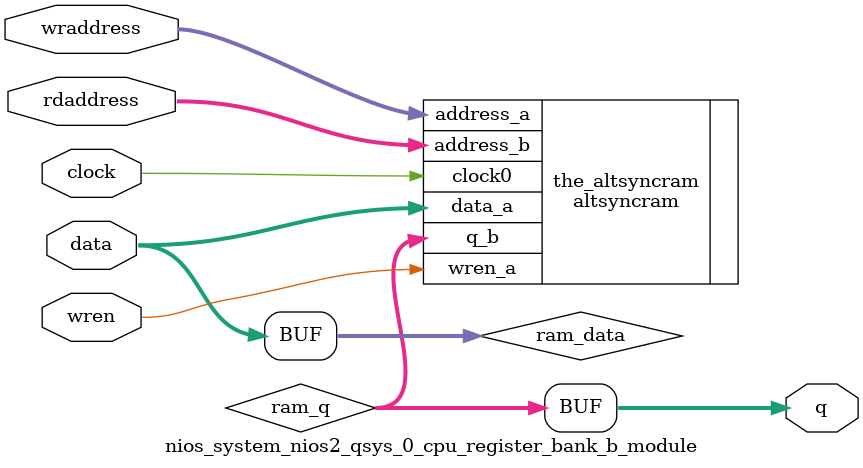
<source format=v>
module nios_system_nios2_qsys_0_cpu_register_bank_b_module (
                                                             // inputs:
                                                              clock,
                                                              data,
                                                              rdaddress,
                                                              wraddress,
                                                              wren,
                                                             // outputs:
                                                              q
                                                           )
;
  parameter lpm_file = "UNUSED";
  output  [ 31: 0] q;
  input            clock;
  input   [ 31: 0] data;
  input   [  4: 0] rdaddress;
  input   [  4: 0] wraddress;
  input            wren;
  wire    [ 31: 0] q;
  wire    [ 31: 0] ram_data;
  wire    [ 31: 0] ram_q;
  assign q = ram_q;
  assign ram_data = data;
  altsyncram the_altsyncram
    (
      .address_a (wraddress),
      .address_b (rdaddress),
      .clock0 (clock),
      .data_a (ram_data),
      .q_b (ram_q),
      .wren_a (wren)
    );
  defparam the_altsyncram.address_reg_b = "CLOCK0",
           the_altsyncram.init_file = lpm_file,
           the_altsyncram.maximum_depth = 0,
           the_altsyncram.numwords_a = 32,
           the_altsyncram.numwords_b = 32,
           the_altsyncram.operation_mode = "DUAL_PORT",
           the_altsyncram.outdata_reg_b = "UNREGISTERED",
           the_altsyncram.ram_block_type = "AUTO",
           the_altsyncram.rdcontrol_reg_b = "CLOCK0",
           the_altsyncram.read_during_write_mode_mixed_ports = "DONT_CARE",
           the_altsyncram.width_a = 32,
           the_altsyncram.width_b = 32,
           the_altsyncram.widthad_a = 5,
           the_altsyncram.widthad_b = 5;
endmodule
</source>
